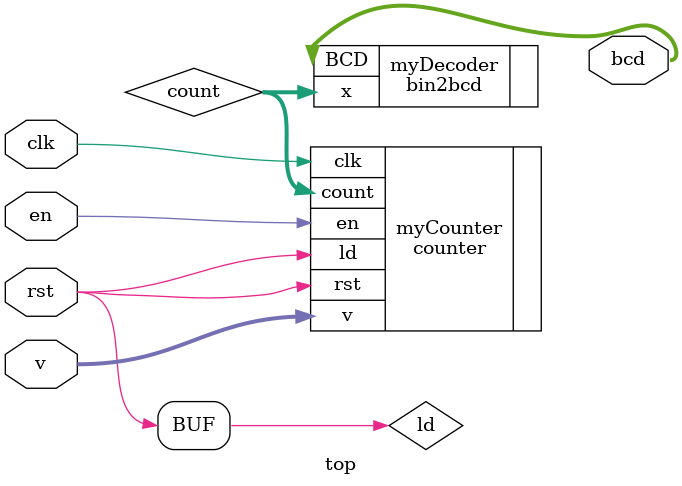
<source format=sv>
module top #(
  parameter WIDTH = 8
)(
  // interface signals
  input  logic             clk,      // clock
  input  logic             rst,      // reset
  input  logic             en,       // enable
  input  logic [WIDTH-1:0] v,        // value to preload
  output logic [11:0]      bcd       // BCD count output
);

  logic  [WIDTH-1:0]       count;    // interconnect wire
  logic                    ld;       // load signal

  assign ld = rst;  // Load the counter with 'v' when rst is high (or other condition)

counter myCounter (
  .clk (clk),
  .rst (rst),
  .en (en),
  .ld (ld),       // Connect the load signal
  .v (v),         // Connect the 'v' pin (preload value)
  .count (count)  // Output of the counter
);

bin2bcd myDecoder (
  .x (count),     // Binary value from counter
  .BCD (bcd)      // BCD representation output
);

endmodule

</source>
